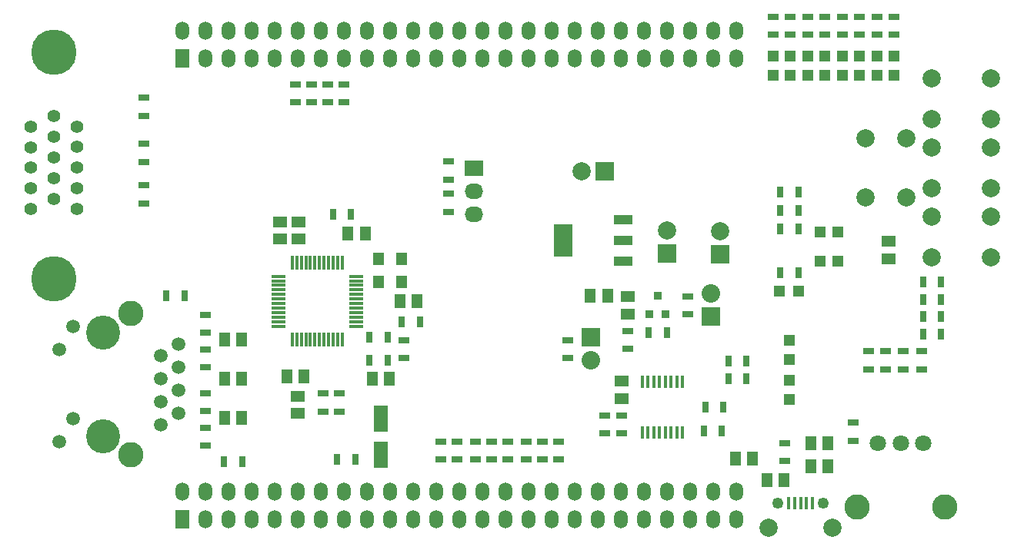
<source format=gts>
%FSLAX46Y46*%
G04 Gerber Fmt 4.6, Leading zero omitted, Abs format (unit mm)*
G04 Created by KiCad (PCBNEW (2014-08-12 BZR 5067)-product) date sáb 27 sep 2014 09:39:28 ART*
%MOMM*%
G01*
G04 APERTURE LIST*
%ADD10C,0.150000*%
%ADD11O,1.500000X2.000000*%
%ADD12R,1.500000X2.000000*%
%ADD13R,1.198880X0.800100*%
%ADD14R,0.800100X1.198880*%
%ADD15R,0.400000X1.400000*%
%ADD16R,0.914400X0.914400*%
%ADD17C,1.800000*%
%ADD18C,2.800000*%
%ADD19R,2.032000X3.657600*%
%ADD20R,2.032000X1.016000*%
%ADD21R,1.501140X2.999740*%
%ADD22R,1.300480X1.498600*%
%ADD23R,1.498600X1.300480*%
%ADD24R,1.198880X1.198880*%
%ADD25C,3.750000*%
%ADD26C,1.500000*%
%ADD27R,1.300000X1.300000*%
%ADD28R,1.600480X0.299720*%
%ADD29R,0.299720X1.600480*%
%ADD30R,1.193800X1.400000*%
%ADD31C,5.000000*%
%ADD32C,1.400000*%
%ADD33R,2.032000X1.727200*%
%ADD34O,2.032000X1.727200*%
%ADD35R,2.032000X2.032000*%
%ADD36O,2.032000X2.032000*%
%ADD37C,2.000000*%
%ADD38R,1.998980X1.998980*%
%ADD39C,1.998980*%
%ADD40C,1.250000*%
%ADD41R,0.400000X1.350000*%
G04 APERTURE END LIST*
D10*
D11*
X173375250Y-76926250D03*
X170835250Y-76926250D03*
X168295250Y-76926250D03*
X165755250Y-76926250D03*
X163215250Y-76926250D03*
X160675250Y-76926250D03*
X158135250Y-76926250D03*
X155595250Y-76926250D03*
X153055250Y-76926250D03*
X150515250Y-76926250D03*
X147975250Y-76926250D03*
X145435250Y-76926250D03*
X142895250Y-76926250D03*
X140355250Y-76926250D03*
X137815250Y-76926250D03*
X135275250Y-76926250D03*
X132735250Y-76926250D03*
X130195250Y-76926250D03*
X127655250Y-76926250D03*
X125115250Y-76926250D03*
X122575250Y-76926250D03*
X120035250Y-76926250D03*
X117495250Y-76926250D03*
X114955250Y-76926250D03*
D12*
X112415250Y-76926250D03*
D11*
X112415250Y-73886250D03*
X114955250Y-73886250D03*
X117495250Y-73886250D03*
X120035250Y-73886250D03*
X122575250Y-73886250D03*
X125115250Y-73886250D03*
X127655250Y-73886250D03*
X130195250Y-73886250D03*
X132735250Y-73886250D03*
X135275250Y-73886250D03*
X137815250Y-73886250D03*
X140355250Y-73886250D03*
X142895250Y-73886250D03*
X145435250Y-73886250D03*
X147975250Y-73886250D03*
X150515250Y-73886250D03*
X153055250Y-73886250D03*
X155595250Y-73886250D03*
X158135250Y-73886250D03*
X160675250Y-73886250D03*
X163215250Y-73886250D03*
X165755250Y-73886250D03*
X168295250Y-73886250D03*
X170835250Y-73886250D03*
X173375250Y-73886250D03*
X173375250Y-124686250D03*
X170835250Y-124686250D03*
X168295250Y-124686250D03*
X165755250Y-124686250D03*
X163215250Y-124686250D03*
X160675250Y-124686250D03*
X158135250Y-124686250D03*
X155595250Y-124686250D03*
X153055250Y-124686250D03*
X150515250Y-124686250D03*
X147975250Y-124686250D03*
X145435250Y-124686250D03*
X142895250Y-124686250D03*
X140355250Y-124686250D03*
X137815250Y-124686250D03*
X135275250Y-124686250D03*
X132735250Y-124686250D03*
X130195250Y-124686250D03*
X127655250Y-124686250D03*
X125115250Y-124686250D03*
X122575250Y-124686250D03*
X120035250Y-124686250D03*
X117495250Y-124686250D03*
X114955250Y-124686250D03*
X112415250Y-124686250D03*
D12*
X112415250Y-127726250D03*
D11*
X114955250Y-127726250D03*
X117495250Y-127726250D03*
X120035250Y-127726250D03*
X122575250Y-127726250D03*
X125115250Y-127726250D03*
X127655250Y-127726250D03*
X130195250Y-127726250D03*
X132735250Y-127726250D03*
X135275250Y-127726250D03*
X137815250Y-127726250D03*
X140355250Y-127726250D03*
X142895250Y-127726250D03*
X145435250Y-127726250D03*
X147975250Y-127726250D03*
X150515250Y-127726250D03*
X153055250Y-127726250D03*
X155595250Y-127726250D03*
X158135250Y-127726250D03*
X160675250Y-127726250D03*
X163215250Y-127726250D03*
X165755250Y-127726250D03*
X168295250Y-127726250D03*
X170835250Y-127726250D03*
X173375250Y-127726250D03*
D13*
X178657250Y-121365010D03*
X178657250Y-119363490D03*
D14*
X178164490Y-100552250D03*
X180166010Y-100552250D03*
D13*
X141636750Y-91867990D03*
X141636750Y-93869510D03*
X141636750Y-90313510D03*
X141636750Y-88311990D03*
D14*
X180166010Y-95789750D03*
X178164490Y-95789750D03*
X178164490Y-93757750D03*
X180166010Y-93757750D03*
X178164490Y-91725750D03*
X180166010Y-91725750D03*
D13*
X128365250Y-79802990D03*
X128365250Y-81804510D03*
X126587250Y-79802990D03*
X126587250Y-81804510D03*
X124809250Y-79802990D03*
X124809250Y-81804510D03*
X130143250Y-79802990D03*
X130143250Y-81804510D03*
X186169300Y-119085360D03*
X186169300Y-117083840D03*
X177387250Y-72373490D03*
X177387250Y-74375010D03*
X179292250Y-72373490D03*
X179292250Y-74375010D03*
X181197250Y-72373490D03*
X181197250Y-74375010D03*
X183102250Y-72373490D03*
X183102250Y-74375010D03*
X185007250Y-72373490D03*
X185007250Y-74375010D03*
X186912250Y-72373490D03*
X186912250Y-74375010D03*
X188817250Y-72373490D03*
X188817250Y-74375010D03*
X190722250Y-72373490D03*
X190722250Y-74375010D03*
D14*
X169909490Y-115411250D03*
X171911010Y-115411250D03*
X169750740Y-117983000D03*
X171752260Y-117983000D03*
X165688010Y-107219750D03*
X163686490Y-107219750D03*
D13*
X167989250Y-103170990D03*
X167989250Y-105172510D03*
X160750250Y-116315490D03*
X160750250Y-118317010D03*
X158845250Y-116315490D03*
X158845250Y-118317010D03*
D14*
X172449490Y-110331250D03*
X174451010Y-110331250D03*
X172449490Y-112236250D03*
X174451010Y-112236250D03*
D13*
X161385250Y-108982510D03*
X161385250Y-106980990D03*
X154781250Y-109998510D03*
X154781250Y-107996990D03*
X142589250Y-119172990D03*
X142589250Y-121174510D03*
X140811250Y-119172990D03*
X140811250Y-121174510D03*
X148177250Y-119172990D03*
X148177250Y-121174510D03*
X146399250Y-119172990D03*
X146399250Y-121174510D03*
X144621250Y-119172990D03*
X144621250Y-121174510D03*
X153765250Y-119172990D03*
X153765250Y-121174510D03*
X151987250Y-119172990D03*
X151987250Y-121174510D03*
X150209250Y-119172990D03*
X150209250Y-121174510D03*
X108140500Y-90947240D03*
X108140500Y-92948760D03*
X108140500Y-86375240D03*
X108140500Y-88376760D03*
X108140500Y-83296760D03*
X108140500Y-81295240D03*
D14*
X136508490Y-106013250D03*
X138510010Y-106013250D03*
X128951990Y-94138750D03*
X130953510Y-94138750D03*
X131398010Y-121189750D03*
X129396490Y-121189750D03*
X116950490Y-121443750D03*
X118952010Y-121443750D03*
D13*
X127857250Y-115904010D03*
X127857250Y-113902490D03*
X129635250Y-115904010D03*
X129635250Y-113902490D03*
D14*
X134954010Y-107727750D03*
X132952490Y-107727750D03*
D13*
X114903250Y-113838990D03*
X114903250Y-115840510D03*
X114903250Y-107204510D03*
X114903250Y-105202990D03*
D14*
X110600490Y-103155750D03*
X112602010Y-103155750D03*
D13*
X136747250Y-109998510D03*
X136747250Y-107996990D03*
X114903250Y-119650510D03*
X114903250Y-117648990D03*
X114903250Y-111014510D03*
X114903250Y-109012990D03*
D14*
X132952490Y-110267750D03*
X134954010Y-110267750D03*
D13*
X191706500Y-109235240D03*
X191706500Y-111236760D03*
X187896500Y-109235240D03*
X187896500Y-111236760D03*
X189801500Y-109235240D03*
X189801500Y-111236760D03*
X193738500Y-109235240D03*
X193738500Y-111236760D03*
D14*
X195882260Y-105410000D03*
X193880740Y-105410000D03*
X195882260Y-101600000D03*
X193880740Y-101600000D03*
X195882260Y-103505000D03*
X193880740Y-103505000D03*
X195882260Y-107315000D03*
X193880740Y-107315000D03*
D15*
X164877750Y-118211250D03*
X165512750Y-118211250D03*
X166147750Y-118211250D03*
X166782750Y-118211250D03*
X162972750Y-112611250D03*
X162972750Y-118211250D03*
X163607750Y-118211250D03*
X164242750Y-118211250D03*
X167417750Y-112611250D03*
X166782750Y-112611250D03*
X166147750Y-112611250D03*
X165512750Y-112611250D03*
X164877750Y-112611250D03*
X164242750Y-112611250D03*
X167417750Y-118211250D03*
X163607750Y-112611250D03*
D16*
X165576250Y-105187750D03*
X163798250Y-105187750D03*
X164687250Y-103155750D03*
D17*
X193952500Y-119380000D03*
X191452500Y-119380000D03*
X188952500Y-119380000D03*
D18*
X186652500Y-126380000D03*
X196252500Y-126380000D03*
D19*
X154273250Y-96996250D03*
D20*
X160877250Y-96996250D03*
X160877250Y-94710250D03*
X160877250Y-99282250D03*
D21*
X134207250Y-120648730D03*
X134207250Y-116650770D03*
D22*
X178593750Y-123412250D03*
X176688750Y-123412250D03*
X181514750Y-121951750D03*
X183419750Y-121951750D03*
X175133000Y-121056400D03*
X173228000Y-121056400D03*
D23*
X160750250Y-114458750D03*
X160750250Y-112553750D03*
D22*
X181514750Y-119348250D03*
X183419750Y-119348250D03*
D23*
X161385250Y-103219250D03*
X161385250Y-105124250D03*
D22*
X159162750Y-103155750D03*
X157257750Y-103155750D03*
X130587750Y-96297750D03*
X132492750Y-96297750D03*
D23*
X125190250Y-94964250D03*
X125190250Y-96869250D03*
D22*
X125761750Y-112045750D03*
X123856750Y-112045750D03*
D23*
X123158250Y-94964250D03*
X123158250Y-96869250D03*
D22*
X133254750Y-112299750D03*
X135159750Y-112299750D03*
X136302750Y-103727250D03*
X138207750Y-103727250D03*
X116998750Y-116617750D03*
X118903750Y-116617750D03*
X116998750Y-107981750D03*
X118903750Y-107981750D03*
D23*
X125063250Y-116109750D03*
X125063250Y-114204750D03*
D22*
X116998750Y-112299750D03*
X118903750Y-112299750D03*
D23*
X190087250Y-99028250D03*
X190087250Y-97123250D03*
D24*
X177387250Y-78804770D03*
X177387250Y-76706730D03*
X179292250Y-78804770D03*
X179292250Y-76706730D03*
X181197250Y-78804770D03*
X181197250Y-76706730D03*
X183102250Y-78804770D03*
X183102250Y-76706730D03*
X185007250Y-78804770D03*
X185007250Y-76706730D03*
X186912250Y-78804770D03*
X186912250Y-76706730D03*
X188817250Y-78804770D03*
X188817250Y-76706730D03*
X190722250Y-78804770D03*
X190722250Y-76706730D03*
X178116230Y-102647750D03*
X180214270Y-102647750D03*
X179165250Y-110110270D03*
X179165250Y-108012230D03*
X179165250Y-112457230D03*
X179165250Y-114555270D03*
D25*
X103695250Y-107156250D03*
X103695250Y-118586250D03*
D26*
X110035250Y-117316250D03*
X111985250Y-116046250D03*
X110035250Y-114776250D03*
X111985250Y-113506250D03*
X110035250Y-112236250D03*
X111985250Y-110966250D03*
X110035250Y-109696250D03*
X111985250Y-108426250D03*
X98795250Y-119196250D03*
X100315250Y-116656250D03*
X98795250Y-109086250D03*
X100315250Y-106546250D03*
D18*
X106745250Y-105096250D03*
X106745250Y-120646250D03*
D27*
X182546750Y-99314750D03*
X184546750Y-99314750D03*
X184546750Y-96074750D03*
X182546750Y-96074750D03*
D28*
X122972250Y-102477570D03*
X122972250Y-102977950D03*
X122972250Y-103478330D03*
X122972250Y-103976170D03*
X122972250Y-104476550D03*
X122972250Y-100976430D03*
X122972250Y-101476810D03*
X122972250Y-101977190D03*
D29*
X124471430Y-107977250D03*
X124971810Y-107977250D03*
X125472190Y-107977250D03*
X125972570Y-107977250D03*
X126472950Y-107977250D03*
X126973330Y-107977250D03*
X127471170Y-107977250D03*
X127971550Y-107977250D03*
D28*
X131472250Y-106478070D03*
X131472250Y-105977690D03*
X131472250Y-105477310D03*
X131472250Y-104976930D03*
X131472250Y-104476550D03*
X131472250Y-103976170D03*
X131472250Y-103478330D03*
X131472250Y-102977950D03*
D29*
X129973070Y-99477250D03*
X129472690Y-99477250D03*
X128972310Y-99477250D03*
X128471930Y-99477250D03*
X127971550Y-99477250D03*
X127471170Y-99477250D03*
X126973330Y-99477250D03*
X126472950Y-99477250D03*
D28*
X122972250Y-104976930D03*
X122972250Y-105477310D03*
X122972250Y-105977690D03*
X122972250Y-106478070D03*
D29*
X128471930Y-107977250D03*
X128972310Y-107977250D03*
X129472690Y-107977250D03*
X129973070Y-107977250D03*
D28*
X131472250Y-102477570D03*
X131472250Y-101977190D03*
X131472250Y-101476810D03*
X131472250Y-100976430D03*
D29*
X125972570Y-99477250D03*
X125472190Y-99477250D03*
X124971810Y-99477250D03*
X124471430Y-99477250D03*
D30*
X136525000Y-99030000D03*
X133985000Y-99030000D03*
X133985000Y-101630000D03*
X136525000Y-101630000D03*
D31*
X98234500Y-76272000D03*
D32*
X100774500Y-89012000D03*
X100774500Y-86732000D03*
X100774500Y-84452000D03*
X100774500Y-91292000D03*
X100774500Y-93572000D03*
X98234500Y-90152000D03*
X98234500Y-87872000D03*
X98234500Y-85592000D03*
X98234500Y-83312000D03*
D31*
X98234500Y-101262000D03*
D32*
X98234500Y-92432000D03*
X95694500Y-84452000D03*
X95694500Y-86772000D03*
X95694500Y-89012000D03*
X95694500Y-91292000D03*
X95694500Y-93572000D03*
D33*
X144430750Y-89058750D03*
D34*
X144430750Y-91598750D03*
X144430750Y-94138750D03*
D35*
X170529250Y-105441750D03*
D36*
X170529250Y-102901750D03*
D35*
X157321250Y-107727750D03*
D36*
X157321250Y-110267750D03*
D37*
X187582810Y-85744050D03*
X192083690Y-92246450D03*
X192083690Y-85744050D03*
X187582810Y-92246450D03*
X194837050Y-98865690D03*
X201339450Y-94364810D03*
X194837050Y-94364810D03*
X201339450Y-98865690D03*
X194837050Y-91245690D03*
X201339450Y-86744810D03*
X194837050Y-86744810D03*
X201339450Y-91245690D03*
X194837050Y-83625690D03*
X201339450Y-79124810D03*
X194837050Y-79124810D03*
X201339450Y-83625690D03*
D38*
X171545250Y-98583750D03*
D39*
X171545250Y-96043750D03*
D38*
X165703250Y-98456750D03*
D39*
X165703250Y-95916750D03*
D38*
X158845250Y-89376250D03*
D39*
X156305250Y-89376250D03*
D37*
X183928900Y-128701800D03*
D40*
X182928900Y-126001800D03*
X177928900Y-126001800D03*
D41*
X181078900Y-126001800D03*
X181728900Y-126001800D03*
X179778900Y-126001800D03*
X180428900Y-126001800D03*
X179128900Y-126001800D03*
D37*
X176928900Y-128701800D03*
M02*

</source>
